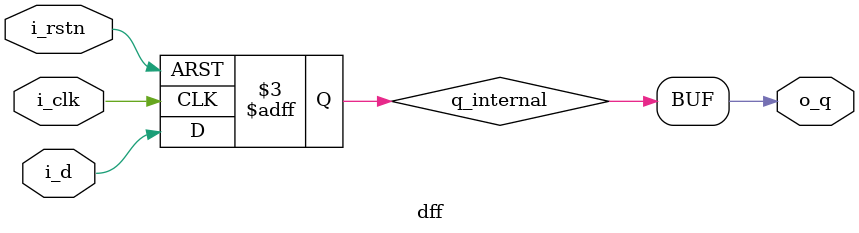
<source format=v>


module dff
(
	output				o_q,
	input				i_d,
	input				i_clk,
	input				i_rstn
);

	reg	q_internal;

	always @(posedge i_clk or negedge i_rstn) begin
		if(!i_rstn) begin
			q_internal	<= 0;
		end else begin
			q_internal	<= i_d;
		end
	end

	buf	#(3) (o_q, q_internal);

	/*wire	r0, s0;
	wire	q0, q_0;

	nand	#(3)(s0, i_d, i_clk);
	nand	#(3)(r0, s0,i_clk);
	nand	#(3)(q0,q_0, s0);
	nand	#(3)(q_0, q0, r0);

	wire	n_clk;
	wire	r1, s1, q1, q_1;

	not		#(3)(n_clk, i_clk);
	nand	#(3)(s1, q0, n_clk);
	nand	#(3)(r1, s1, n_clk);
	nand	#(3)(q1, q_1,s1);
	nand	#(3)(q_1, q1, r1);

	assign	o_q = q1;
*/
endmodule

</source>
